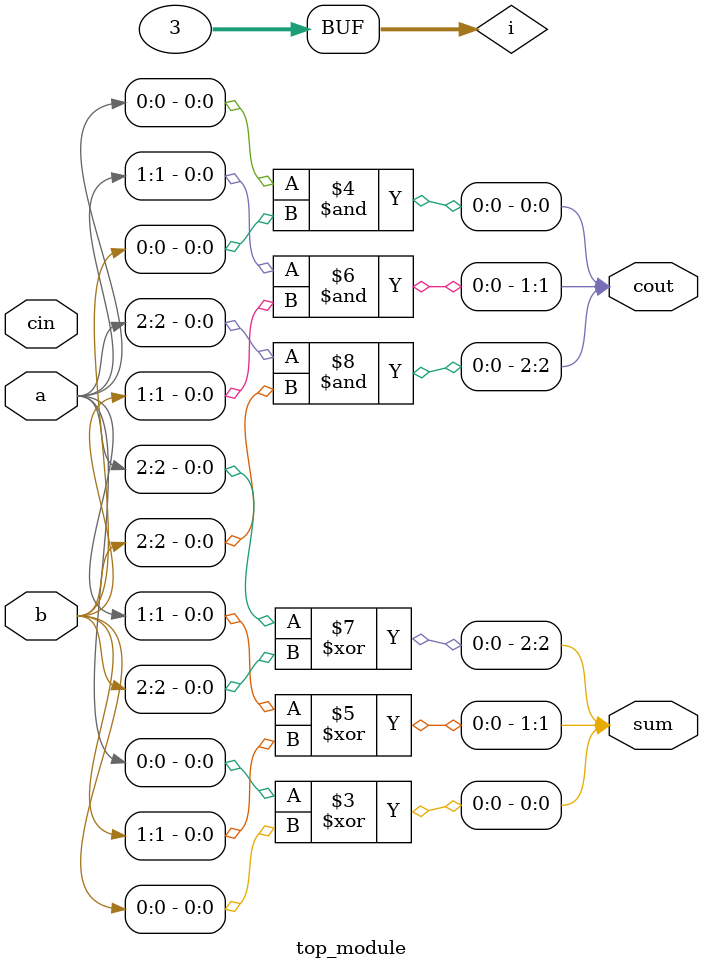
<source format=v>
module top_module( 
    input [2:0] a, b,
    input cin,
    output [2:0] cout,
    output [2:0] sum 
);

    // In Verilog, variables assigned in an always block must be type 'reg'
    reg [2:0] cout;
    reg [2:0] sum;
    
    // Loop variable must be declared as an integer
    integer i;

    always @(*) begin
        for (i = 0; i < 3; i = i + 1) begin
            sum[i] = a[i] ^ b[i];
            cout[i] = a[i] & b[i]; // Bitwise AND is standard for gates
        end
    end

endmodule
</source>
